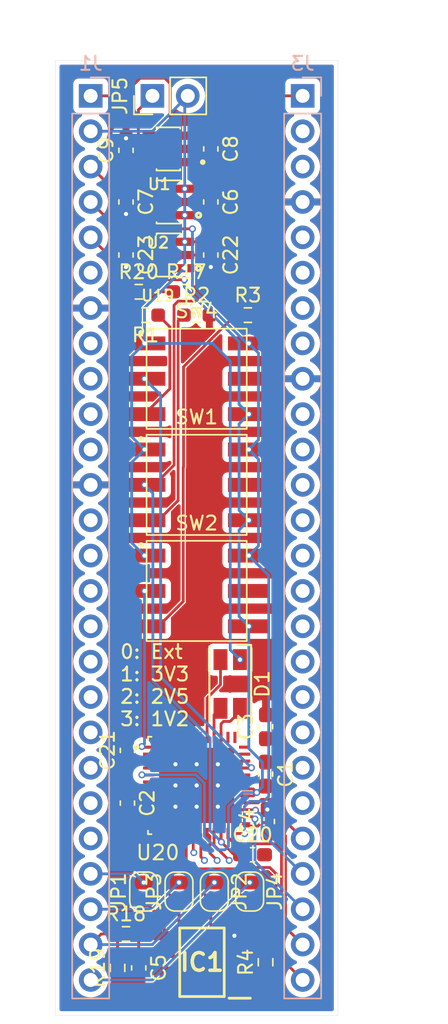
<source format=kicad_pcb>
(kicad_pcb (version 20221018) (generator pcbnew)
  (layers (0 "F.Cu" signal) (31 "B.Cu" signal) (34 "B.Paste" user) (35 "F.Paste" user) (36 "B.SilkS" user "B.Silkscreen") (37 "F.SilkS" user "F.Silkscreen") (38 "B.Mask" user) (39 "F.Mask" user) (44 "Edge.Cuts" user))
  (net 0 "")
  (net 1 "+1V2")
  (net 2 "GND")
  (net 3 "+3V3")
  (net 4 "+5V")
  (net 5 "+2V5")
  (net 6 "Net-(JP5-A)")
  (net 7 "/IO_B0_RGB2")
  (net 8 "/~{CRES}")
  (net 9 "/CDONE")
  (net 10 "/IO_B0_RGB1")
  (net 11 "/IO_B0_RGB0")
  (net 12 "Net-(IC1-~{CS})")
  (net 13 "Net-(IC1-SO(IO1))")
  (net 14 "Net-(IC1-SI(IO0))")
  (net 15 "Net-(IC1-SCK)")
  (net 16 "/IO_B1_SPI_SO")
  (net 17 "/IO_B1_SPI_SI")
  (net 18 "/IO_B1_SPI_SCK")
  (net 19 "/IO_B1_SPI_~{CS}")
  (net 20 "/IO_B1_13")
  (net 21 "/IO_B1_16")
  (net 22 "/IO_B1_18")
  (net 23 "/IO_B1_20")
  (net 24 "/IO_B1_22")
  (net 25 "/IO_B1_23")
  (net 26 "/IO_B1_24")
  (net 27 "/IO_B1_25")
  (net 28 "/IO_B1_29")
  (net 29 "/IO_B1_31")
  (net 30 "/IO_B2_0")
  (net 31 "/IO_B2_2")
  (net 32 "/IO_B2_3")
  (net 33 "/IO_B2_4")
  (net 34 "/IO_B0_36")
  (net 35 "/IO_B0_37")
  (net 36 "/IO_B0_38")
  (net 37 "/IO_B0_39")
  (net 38 "/IO_B0_41")
  (net 39 "/IO_B0_42")
  (net 40 "/IO_B0_43")
  (net 41 "/IO_B0_44")
  (net 42 "/IO_B0_45")
  (net 43 "/IO_B0_46")
  (net 44 "/IO_B0_48")
  (net 45 "/IO_B0_49")
  (net 46 "/IO_B0_50")
  (net 47 "/IO_B0_51")
  (net 48 "/IO_B2_5")
  (net 49 "/IO_B2_6")
  (net 50 "/IO_B2_8")
  (net 51 "/IO_B2_9")
  (net 54 "Net-(R2-Pad1)")
  (net 55 "Net-(R3-Pad1)")
  (net 56 "Net-(R1-Pad1)")
  (net 57 "VCC_BANK1")
  (net 58 "VCC_BANK0")
  (net 59 "VCC_BANK2")
  (footprint "Resistor_SMD:R_0603_1608Metric_Pad0.98x0.95mm_HandSolder" (layer "F.Cu") (at 126.873 115.57 90)
    (fp_text reference "R4")
    (fp_text value "10K")
  )
  (footprint "Capacitor_SMD:C_0603_1608Metric_Pad1.08x0.95mm_HandSolder" (layer "F.Cu") (at 116.84 64.77 -90)
    (fp_text reference "C23")
    (fp_text value "1u")
  )
  (footprint "Jumper:SolderJumper-2_P1.3mm_Open_RoundedPad1.0x1.5mm" (layer "F.Cu") (at 125.73 110.49 -90)
    (fp_text reference "JP4")
    (fp_text value "SolderJumper_2_Bridged")
  )
  (footprint "compi:AP2112K-3_3TRG1" (layer "F.Cu") (at 119.888 57.15 180)
    (fp_text reference "U1")
    (fp_text value "AP2112K-3.3TRG1")
  )
  (footprint "compi:220AMA04R" (layer "F.Cu") (at 121.92 88.9)
    (fp_text reference "SW2")
    (fp_text value "220AMA04R")
  )
  (footprint "Connector_PinHeader_2.54mm:PinHeader_1x02_P2.54mm_Vertical" (layer "F.Cu") (at 118.74 53.34 90)
    (fp_text reference "JP5")
    (fp_text value "Jumper_2_Bridged")
  )
  (footprint "Capacitor_SMD:C_0603_1608Metric_Pad1.08x0.95mm_HandSolder" (layer "F.Cu") (at 116.9416 104.14 -90)
    (fp_text reference "C2")
    (fp_text value "100n")
  )
  (footprint "Resistor_SMD:R_0603_1608Metric_Pad0.98x0.95mm_HandSolder" (layer "F.Cu") (at 116.2304 115.9764 90)
    (fp_text reference "R19")
    (fp_text value "10K")
  )
  (footprint "Resistor_SMD:R_0603_1608Metric_Pad0.98x0.95mm_HandSolder" (layer "F.Cu") (at 116.84 113.538)
    (fp_text reference "R18")
    (fp_text value "10K")
  )
  (footprint "Jumper:SolderJumper-2_P1.3mm_Open_RoundedPad1.0x1.5mm" (layer "F.Cu") (at 123.19 110.49 -90)
    (fp_text reference "JP2")
    (fp_text value "SolderJumper_2_Bridged")
  )
  (footprint "compi:AP2112K-2_5TRG1" (layer "F.Cu") (at 119.888 60.96 180)
    (fp_text reference "U2")
    (fp_text value "AP2112K-2.5TRG1")
  )
  (footprint "Jumper:SolderJumper-2_P1.3mm_Open_RoundedPad1.0x1.5mm" (layer "F.Cu") (at 118.11 110.49 90)
    (fp_text reference "JP1")
    (fp_text value "SolderJumper_2_Bridged")
  )
  (footprint "compi:AP2112K-1_2TRG1" (layer "F.Cu") (at 119.888 64.77 180)
    (fp_text reference "U19")
    (fp_text value "AP2112K-1.2TRG1")
  )
  (footprint "Capacitor_SMD:C_0603_1608Metric_Pad1.08x0.95mm_HandSolder" (layer "F.Cu") (at 116.84 60.96 -90)
    (fp_text reference "C7")
    (fp_text value "1u")
  )
  (footprint "Resistor_SMD:R_0603_1608Metric_Pad0.98x0.95mm_HandSolder" (layer "F.Cu") (at 117.7544 67.4116)
    (fp_text reference "R20")
    (fp_text value "10K")
  )
  (footprint "Capacitor_SMD:C_0603_1608Metric_Pad1.08x0.95mm_HandSolder" (layer "F.Cu") (at 116.9416 100.3543 90)
    (fp_text reference "C21")
    (fp_text value "100n")
  )
  (footprint "Resistor_SMD:R_0603_1608Metric_Pad0.98x0.95mm_HandSolder" (layer "F.Cu") (at 121.92 69.088)
    (fp_text reference "R2")
    (fp_text value "100K")
  )
  (footprint "Capacitor_SMD:C_0603_1608Metric_Pad1.08x0.95mm_HandSolder" (layer "F.Cu") (at 116.84 57.2505 90)
    (fp_text reference "C9")
    (fp_text value "1u")
  )
  (footprint "Capacitor_SMD:C_0603_1608Metric_Pad1.08x0.95mm_HandSolder" (layer "F.Cu") (at 126.873 102.0561 -90)
    (fp_text reference "C1")
    (fp_text value "100n")
  )
  (footprint "Capacitor_SMD:C_0603_1608Metric_Pad1.08x0.95mm_HandSolder" (layer "F.Cu") (at 125.9332 107.8484)
    (fp_text reference "C20")
    (fp_text value "100n")
  )
  (footprint "Capacitor_SMD:C_0603_1608Metric_Pad1.08x0.95mm_HandSolder" (layer "F.Cu") (at 122.936 64.77 -90)
    (fp_text reference "C22")
    (fp_text value "1u")
  )
  (footprint "Capacitor_SMD:C_0603_1608Metric_Pad1.08x0.95mm_HandSolder" (layer "F.Cu") (at 122.936 57.15 -90)
    (fp_text reference "C8")
    (fp_text value "1u")
  )
  (footprint "Resistor_SMD:R_0603_1608Metric_Pad0.98x0.95mm_HandSolder" (layer "F.Cu") (at 118.237 69.088 180)
    (fp_text reference "R1")
    (fp_text value "100K")
  )
  (footprint "compi:ICE40UP5K-SG48I" (layer "F.Cu") (at 121.92 102.87)
    (fp_text reference "U20")
    (fp_text value "ICE40UP5K-SG48I")
  )
  (footprint "compi:at25sf321b" (layer "F.Cu") (at 122.301 115.57 180)
    (fp_text reference "IC1")
    (fp_text value "AT25SF321B-SSHB-T" hide)
  )
  (footprint "compi:220AMA04R" (layer "F.Cu") (at 121.92 81.28)
    (fp_text reference "SW1")
    (fp_text value "220AMA04R")
  )
  (footprint "Jumper:SolderJumper-2_P1.3mm_Open_RoundedPad1.0x1.5mm" (layer "F.Cu") (at 120.65 110.49 90)
    (fp_text reference "JP3")
    (fp_text value "SolderJumper_2_Bridged")
  )
  (footprint "Resistor_SMD:R_0603_1608Metric_Pad0.98x0.95mm_HandSolder" (layer "F.Cu") (at 121.158 67.4116)
    (fp_text reference "R17")
    (fp_text value "10K")
  )
  (footprint "Capacitor_SMD:C_0603_1608Metric_Pad1.08x0.95mm_HandSolder" (layer "F.Cu") (at 127 105.4608 90)
    (fp_text reference "C4")
    (fp_text value "100n")
  )
  (footprint "Capacitor_SMD:C_0603_1608Metric_Pad1.08x0.95mm_HandSolder" (layer "F.Cu") (at 126.873 98.6536 90)
    (fp_text reference "C3")
    (fp_text value "100n")
  )
  (footprint "Capacitor_SMD:C_0603_1608Metric_Pad1.08x0.95mm_HandSolder" (layer "F.Cu") (at 122.936 60.96 -90)
    (fp_text reference "C6")
    (fp_text value "1u")
  )
  (footprint "compi:220AMA04R" (layer "F.Cu") (at 121.92 73.66)
    (fp_text reference "SW4")
    (fp_text value "220AMA04R")
  )
  (footprint "Resistor_SMD:R_0603_1608Metric_Pad0.98x0.95mm_HandSolder" (layer "F.Cu") (at 125.603 69.088)
    (fp_text reference "R3")
    (fp_text value "100K")
  )
  (footprint "Capacitor_SMD:C_0603_1608Metric_Pad1.08x0.95mm_HandSolder" (layer "F.Cu") (at 117.7544 115.9764 -90)
    (fp_text reference "C5")
    (fp_text value "100n")
  )
  (footprint "LED_SMD:LED_RGB_1210" (layer "F.Cu") (at 124.333 95.581 -90)
    (fp_text reference "D1")
    (fp_text value "LED_ABGR")
  )
  (footprint "Connector_PinHeader_2.54mm:PinHeader_1x26_P2.54mm_Vertical" (layer "B.Cu") (at 114.3 53.34 180)
    (fp_text reference "J1")
    (fp_text value "Conn_01x26")
  )
  (footprint "Connector_PinHeader_2.54mm:PinHeader_1x26_P2.54mm_Vertical" (layer "B.Cu") (at 129.54 53.34 180)
    (fp_text reference "J3")
    (fp_text value "Conn_01x26")
  )
  (gr_rect (start 111.76 50.8) (end 132.08 119.38) (stroke (width 0.02)) (fill none) (layer "Edge.Cuts"))
  (gr_text "0: Ext\n1: 3V3\n2: 2V5\n3: 1V2" (at 116.332 98.679) (layer "F.SilkS") (effects (font (size 1 1) (thickness 0.153)) (justify left bottom)))
  (segment (start 117.2475 63.9075) (end 118.713 65.373) (width 0.2) (layer "F.Cu") (net 1))
  (segment (start 118.713 65.373) (end 118.713 65.72) (width 0.2) (layer "F.Cu") (net 1))
  (segment (start 125.996 103.62) (end 126.238 103.378) (width 0.2) (layer "F.Cu") (net 1))
  (segment (start 116.84 63.5) (end 116.84 63.9075) (width 0.2) (layer "F.Cu") (net 1))
  (segment (start 118.713 65.72) (end 119.541 66.548) (width 0.2) (layer "F.Cu") (net 1))
  (segment (start 125.67 76.2) (end 125.66997 76.2) (width 0.2) (layer "F.Cu") (net 1))
  (segment (start 117.995 102.12) (end 117.983 102.108) (width 0.2) (layer "F.Cu") (net 1))
  (segment (start 125.98 103.12) (end 126.238 103.378) (width 0.2) (layer "F.Cu") (net 1))
  (segment (start 114.3 60.96) (end 116.84 63.5) (width 0.2) (layer "F.Cu") (net 1))
  (segment (start 125.67 91.44) (end 125.67001 91.44) (width 0.2) (layer "F.Cu") (net 1))
  (segment (start 116.84 63.9075) (end 117.2475 63.9075) (width 0.2) (layer "F.Cu") (net 1))
  (segment (start 118.47 102.12) (end 117.995 102.12) (width 0.2) (layer "F.Cu") (net 1))
  (segment (start 125.67 83.82) (end 125.66998 83.82) (width 0.2) (layer "F.Cu") (net 1))
  (segment (start 125.37 103.12) (end 125.98 103.12) (width 0.2) (layer "F.Cu") (net 1))
  (segment (start 119.541 66.548) (end 121.031006 66.548) (width 0.2) (layer "F.Cu") (net 1))
  (segment (start 125.37 103.62) (end 125.996 103.62) (width 0.2) (layer "F.Cu") (net 1))
  (via (at 125.66997 76.2) (size 0.5) (drill 0.3) (layers "F.Cu" "B.Cu") (net 1))
  (via (at 117.983 102.108) (size 0.5) (drill 0.3) (layers "F.Cu" "B.Cu") (net 1))
  (via (at 121.031006 66.548) (size 0.5) (drill 0.3) (layers "F.Cu" "B.Cu") (net 1))
  (via (at 126.238 103.378) (size 0.5) (drill 0.3) (layers "F.Cu" "B.Cu") (net 1))
  (via (at 125.67001 91.44) (size 0.5) (drill 0.3) (layers "F.Cu" "B.Cu") (net 1))
  (via (at 125.66998 83.82) (size 0.5) (drill 0.3) (layers "F.Cu" "B.Cu") (net 1))
  (segment (start 124.968 75.49803) (end 124.968 74.93) (width 0.2) (layer "B.Cu") (net 1))
  (segment (start 121.031006 67.056006) (end 121.031006 66.548) (width 0.2) (layer "B.Cu") (net 1))
  (segment (start 122.4788 102.716036) (end 122.4788 106.5276) (width 0.2) (layer "B.Cu") (net 1))
  (segment (start 126.6444 102.9716) (end 126.238 103.378) (width 0.2) (layer "B.Cu") (net 1))
  (segment (start 123.952 107.4928) (end 124.206 107.2388) (width 0.2) (layer "B.Cu") (net 1))
  (segment (start 125.66997 76.2) (end 124.968 75.49803) (width 0.2) (layer "B.Cu") (net 1))
  (segment (start 124.206 104.394) (end 125.222 103.378) (width 0.2) (layer "B.Cu") (net 1))
  (segment (start 124.968 84.52198) (end 125.66998 83.82) (width 0.2) (layer "B.Cu") (net 1))
  (segment (start 124.968 76.90197) (end 125.66997 76.2) (width 0.2) (layer "B.Cu") (net 1))
  (segment (start 125.67001 91.44) (end 124.968 90.73799) (width 0.2) (layer "B.Cu") (net 1))
  (segment (start 124.968 75.49803) (end 124.968 75.311) (width 0.2) (layer "B.Cu") (net 1))
  (segment (start 124.968 85.09) (end 124.968 84.52198) (width 0.2) (layer "B.Cu") (net 1))
  (segment (start 124.968 75.311) (end 124.968 74.93) (width 0.2) (layer "B.Cu") (net 1))
  (segment (start 124.968 70.993) (end 121.031006 67.056006) (width 0.2) (layer "B.Cu") (net 1))
  (segment (start 124.968 77.216) (end 124.968 76.90197) (width 0.2) (layer "B.Cu") (net 1))
  (segment (start 126.6444 101.1936) (end 126.6444 102.9716) (width 0.2) (layer "B.Cu") (net 1))
  (segment (start 125.222 103.378) (end 126.238 103.378) (width 0.2) (layer "B.Cu") (net 1))
  (segment (start 117.983 102.108) (end 121.870764 102.108) (width 0.2) (layer "B.Cu") (net 1))
  (segment (start 124.968 82.931) (end 124.968 77.216) (width 0.2) (layer "B.Cu") (net 1))
  (segment (start 125.67001 100.21921) (end 126.6444 101.1936) (width 0.2) (layer "B.Cu") (net 1))
  (segment (start 124.968 74.93) (end 124.968 70.993) (width 0.2) (layer "B.Cu") (net 1))
  (segment (start 124.206 107.2388) (end 124.206 104.394) (width 0.2) (layer "B.Cu") (net 1))
  (segment (start 122.4788 106.5276) (end 123.444 107.4928) (width 0.2) (layer "B.Cu") (net 1))
  (segment (start 125.67001 91.44) (end 125.67001 100.21921) (width 0.2) (layer "B.Cu") (net 1))
  (segment (start 121.870764 102.108) (end 122.4788 102.716036) (width 0.2) (layer "B.Cu") (net 1))
  (segment (start 124.968 82.931) (end 124.968 83.11802) (width 0.2) (layer "B.Cu") (net 1))
  (segment (start 124.968 83.11802) (end 125.66998 83.82) (width 0.2) (layer "B.Cu") (net 1))
  (segment (start 123.444 107.4928) (end 123.952 107.4928) (width 0.2) (layer "B.Cu") (net 1))
  (segment (start 124.968 90.73799) (end 124.968 85.09) (width 0.2) (layer "B.Cu") (net 1))
  (segment (start 126.7184 65.5988) (end 126.718396 65.5988) (width 0.2) (layer "F.Cu") (net 2))
  (segment (start 121.073 57.15) (end 122.0735 57.15) (width 0.2) (layer "F.Cu") (net 2))
  (segment (start 122.0735 64.77) (end 122.936 65.6325) (width 0.2) (layer "F.Cu") (net 2))
  (segment (start 125.013 113.665) (end 124.632012 113.665) (width 0.2) (layer "F.Cu") (net 2))
  (segment (start 122.0735 57.15) (end 122.936 58.0125) (width 0.2) (layer "F.Cu") (net 2))
  (segment (start 116.84 61.8225) (end 116.84 61.822476) (width 0.2) (layer "F.Cu") (net 2))
  (segment (start 121.063 60.96) (end 122.0735 60.96) (width 0.2) (layer "F.Cu") (net 2))
  (segment (start 121.063 64.77) (end 122.0735 64.77) (width 0.2) (layer "F.Cu") (net 2))
  (segment (start 122.0735 60.96) (end 122.936 61.8225) (width 0.2) (layer "F.Cu") (net 2))
  (segment (start 116.84 65.6325) (end 116.84 65.632458) (width 0.2) (layer "F.Cu") (net 2))
  (segment (start 127 104.5983) (end 127 104.598292) (width 0.2) (layer "F.Cu") (net 2))
  (segment (start 126.718396 65.5988) (end 126.718392 65.598796) (width 0.2) (layer "F.Cu") (net 2))
  (via (at 120.396 102.87) (size 0.5) (drill 0.3) (layers "F.Cu" "B.Cu") (net 2))
  (via (at 123.444 104.394) (size 0.5) (drill 0.3) (layers "F.Cu" "B.Cu") (net 2))
  (via (at 122.936 65.6325) (size 0.5) (drill 0.3) (layers "F.Cu" "B.Cu") (net 2))
  (via (at 120.396 104.394) (size 0.5) (drill 0.3) (layers "F.Cu" "B.Cu") (net 2))
  (via (at 123.444 101.346) (size 0.5) (drill 0.3) (layers "F.Cu" "B.Cu") (net 2))
  (via (at 116.84 56.388) (size 0.5) (drill 0.3) (layers "F.Cu" "B.Cu") (net 2))
  (via (at 124.632012 113.665) (size 0.5) (drill 0.3) (layers "F.Cu" "B.Cu") (net 2))
  (via (at 121.92 101.346) (size 0.5) (drill 0.3) (layers "F.Cu" "B.Cu") (net 2))
  (via (at 121.92 104.394) (size 0.5) (drill 0.3) (layers "F.Cu" "B.Cu") (net 2))
  (via (at 127 104.598292) (size 0.5) (drill 0.3) (layers "F.Cu" "B.Cu") (net 2))
  (via (at 121.92 102.87) (size 0.5) (drill 0.3) (layers "F.Cu" "B.Cu") (net 2))
  (via (at 116.84 65.632458) (size 0.5) (drill 0.3) (layers "F.Cu" "B.Cu") (net 2))
  (via (at 123.444 102.87) (size 0.5) (drill 0.3) (layers "F.Cu" "B.Cu") (net 2))
  (via (at 116.84 61.822476) (size 0.5) (drill 0.3) (layers "F.Cu" "B.Cu") (net 2))
  (via (at 120.396 101.346) (size 0.5) (drill 0.3) (layers "F.Cu" "B.Cu") (net 2))
  (segment (start 118.17 71.12) (end 118.16998 71.12) (width 0.2) (layer "F.Cu") (net 3))
  (segment (start 122.8485 63.82) (end 122.936 63.9075) (width 0.2) (layer "F.Cu") (net 3))
  (segment (start 125.033 93.831) (end 125.032982 93.831) (width 0.2) (layer "F.Cu") (net 3))
  (segment (start 122.8485 60.01) (end 122.936 60.0975) (width 0.2) (layer "F.Cu") (net 3))
  (segment (start 121.063 63.82) (end 122.8485 63.82) (width 0.2) (layer "F.Cu") (net 3))
  (segment (start 121.063 60.01) (end 122.8485 60.01) (width 0.2) (layer "F.Cu") (net 3))
  (via (at 125.032982 93.831) (size 0.5) (drill 0.3) (layers "F.Cu" "B.Cu") (net 3))
  (via (at 118.17 78.74) (size 0.5) (drill 0.3) (layers "F.Cu" "B.Cu") (net 3))
  (via (at 121.063 61.91) (size 0.5) (drill 0.3) (layers "F.Cu" "B.Cu") (net 3))
  (via (at 121.063 65.72) (size 0.5) (drill 0.3) (layers "F.Cu" "B.Cu") (net 3))
  (via (at 118.17 86.36) (size 0.5) (drill 0.3) (layers "F.Cu" "B.Cu") (net 3))
  (via (at 121.063 60.01) (size 0.5) (drill 0.3) (layers "F.Cu" "B.Cu") (net 3))
  (via (at 121.063 63.82) (size 0.5) (drill 0.3) (layers "F.Cu" "B.Cu") (net 3))
  (via (at 118.16998 71.12) (size 0.5) (drill 0.3) (layers "F.Cu" "B.Cu") (net 3))
  (segment (start 118.16998 71.12) (end 118.16998 68.569256) (width 0.2) (layer "B.Cu") (net 3))
  (segment (start 121.019236 65.72) (end 121.063 65.72) (width 0.2) (layer "B.Cu") (net 3))
  (segment (start 123.063 71.12) (end 118.16998 71.12) (width 0.2) (layer "B.Cu") (net 3))
  (segment (start 118.16998 71.12) (end 117.2464 72.04358) (width 0.2) (layer "B.Cu") (net 3))
  (segment (start 121.063 60.01) (end 121.063 53.557) (width 0.2) (layer "B.Cu") (net 3))
  (segment (start 121.063 65.72) (end 121.063 63.82) (width 0.2) (layer "B.Cu") (net 3))
  (segment (start 121.063 61.91) (end 121.063 60.01) (width 0.2) (layer "B.Cu") (net 3))
  (segment (start 124.333 93.131018) (end 124.333 72.39) (width 0.2) (layer "B.Cu") (net 3))
  (segment (start 124.333 72.39) (end 123.063 71.12) (width 0.2) (layer "B.Cu") (net 3))
  (segment (start 118.17 78.74) (end 117.2464 79.6636) (width 0.2) (layer "B.Cu") (net 3))
  (segment (start 117.2464 72.04358) (end 117.2464 77.8164) (width 0.2) (layer "B.Cu") (net 3))
  (segment (start 121.063 63.82) (end 121.063 61.91) (width 0.2) (layer "B.Cu") (net 3))
  (segment (start 118.16998 68.569256) (end 121.019236 65.72) (width 0.2) (layer "B.Cu") (net 3))
  (segment (start 117.2464 79.6636) (end 117.2464 85.4364) (width 0.2) (layer "B.Cu") (net 3))
  (segment (start 121.063 53.557) (end 121.28 53.34) (width 0.2) (layer "B.Cu") (net 3))
  (segment (start 125.032982 93.831) (end 124.333 93.131018) (width 0.2) (layer "B.Cu") (net 3))
  (segment (start 117.2464 85.4364) (end 118.17 86.36) (width 0.2) (layer "B.Cu") (net 3))
  (segment (start 117.2464 77.8164) (end 118.17 78.74) (width 0.2) (layer "B.Cu") (net 3))
  (segment (start 114.3 55.88) (end 118.74 55.88) (width 0.2) (layer "B.Cu") (net 3))
  (segment (start 118.74 55.88) (end 121.28 53.34) (width 0.2) (layer "B.Cu") (net 3))
  (segment (start 119.634 52.07) (end 120.015 52.451) (width 0.2) (layer "F.Cu") (net 4))
  (segment (start 120.015 52.451) (end 120.015 55.819) (width 0.2) (layer "F.Cu") (net 4))
  (segment (start 120.203 56.2) (end 119.888 56.515) (width 0.2) (layer "F.Cu") (net 4))
  (segment (start 120.015 55.819) (end 120.396 56.2) (width 0.2) (layer "F.Cu") (net 4))
  (segment (start 120.396 56.2) (end 120.203 56.2) (width 0.2) (layer "F.Cu") (net 4))
  (segment (start 119.888 57.658) (end 119.888 56.515) (width 0.2) (layer "F.Cu") (net 4))
  (segment (start 121.073 56.2) (end 122.8485 56.2) (width 0.2) (layer "F.Cu") (net 4))
  (segment (start 116.586 53.34) (end 117.856 52.07) (width 0.2) (layer "F.Cu") (net 4))
  (segment (start 121.073 58.1) (end 120.33 58.1) (width 0.2) (layer "F.Cu") (net 4))
  (segment (start 120.33 58.1) (end 119.888 57.658) (width 0.2) (layer "F.Cu") (net 4))
  (segment (start 117.856 52.07) (end 119.634 52.07) (width 0.2) (layer "F.Cu") (net 4))
  (segment (start 122.8485 56.2) (end 122.936 56.2875) (width 0.2) (layer "F.Cu") (net 4))
  (segment (start 114.3 53.34) (end 116.586 53.34) (width 0.2) (layer "F.Cu") (net 4))
  (segment (start 121.073 56.2) (end 120.396 56.2) (width 0.2) (layer "F.Cu") (net 4))
  (segment (start 116.9005 60.0975) (end 118.713 61.91) (width 0.2) (layer "F.Cu") (net 5))
  (segment (start 116.84 60.0975) (end 116.9005 60.0975) (width 0.2) (layer "F.Cu") (net 5))
  (segment (start 125.37 106.32) (end 125.3744 106.3244) (width 0.2) (layer "F.Cu") (net 5))
  (segment (start 118.713 62.325) (end 119.2784 62.8904) (width 0.2) (layer "F.Cu") (net 5))
  (segment (start 124.67 106.32) (end 125.37 106.32) (width 0.2) (layer "F.Cu") (net 5))
  (segment (start 119.2784 62.8904) (end 121.6152 62.8904) (width 0.2) (layer "F.Cu") (net 5))
  (segment (start 118.713 61.91) (end 118.713 62.325) (width 0.2) (layer "F.Cu") (net 5))
  (segment (start 116.84 60.0975) (end 115.9775 60.0975) (width 0.2) (layer "F.Cu") (net 5))
  (segment (start 115.9775 60.0975) (end 114.3 58.42) (width 0.2) (layer "F.Cu") (net 5))
  (segment (start 125.67 86.36) (end 125.670014 86.36) (width 0.2) (layer "F.Cu") (net 5))
  (via (at 125.3744 106.3244) (size 0.5) (drill 0.3) (layers "F.Cu" "B.Cu") (net 5))
  (via (at 125.670014 86.36) (size 0.5) (drill 0.3) (layers "F.Cu" "B.Cu") (net 5))
  (via (at 125.67 71.12) (size 0.5) (drill 0.3) (layers "F.Cu" "B.Cu") (net 5))
  (via (at 125.67 78.74) (size 0.5) (drill 0.3) (layers "F.Cu" "B.Cu") (net 5))
  (via (at 121.6152 62.8904) (size 0.5) (drill 0.3) (layers "F.Cu" "B.Cu") (net 5))
  (segment (start 125.349 104.394) (end 125.73 104.013) (width 0.2) (layer "B.Cu") (net 5))
  (segment (start 125.349 106.299) (end 125.349 104.394) (width 0.2) (layer "B.Cu") (net 5))
  (segment (start 125.5268 71.12) (end 125.67 71.12) (width 0.2) (layer "B.Cu") (net 5))
  (segment (start 121.6152 67.2084) (end 125.5268 71.12) (width 0.2) (layer "B.Cu") (net 5))
  (segment (start 126.365 78.045) (end 126.365 71.815) (width 0.2) (layer "B.Cu") (net 5))
  (segment (start 126.365 71.815) (end 125.67 71.12) (width 0.2) (layer "B.Cu") (net 5))
  (segment (start 121.6152 62.8904) (end 121.6152 67.2084) (width 0.2) (layer "B.Cu") (net 5))
  (segment (start 125.73 104.013) (end 126.746 104.013) (width 0.2) (layer "B.Cu") (net 5))
  (segment (start 125.67 78.74) (end 126.365 78.045) (width 0.2) (layer "B.Cu") (net 5))
  (segment (start 127.1016 103.6574) (end 127.1016 87.791586) (width 0.2) (layer "B.Cu") (net 5))
  (segment (start 126.365 79.435) (end 125.67 78.74) (width 0.2) (layer "B.Cu") (net 5))
  (segment (start 127.1016 87.791586) (end 125.670014 86.36) (width 0.2) (layer "B.Cu") (net 5))
  (segment (start 125.3744 106.3244) (end 125.349 106.299) (width 0.2) (layer "B.Cu") (net 5))
  (segment (start 125.670014 86.36) (end 126.365 85.665014) (width 0.2) (layer "B.Cu") (net 5))
  (segment (start 126.746 104.013) (end 127.1016 103.6574) (width 0.2) (layer "B.Cu") (net 5))
  (segment (start 126.365 85.665014) (end 126.365 79.435) (width 0.2) (layer "B.Cu") (net 5))
  (segment (start 117.729 57.846) (end 117.729 54.351) (width 0.2) (layer "F.Cu") (net 6))
  (segment (start 116.853 58.1) (end 116.84 58.113) (width 0.2) (layer "F.Cu") (net 6))
  (segment (start 118.703 58.1) (end 116.853 58.1) (width 0.2) (layer "F.Cu") (net 6))
  (segment (start 118.703 58.1) (end 117.983 58.1) (width 0.2) (layer "F.Cu") (net 6))
  (segment (start 117.729 54.351) (end 118.74 53.34) (width 0.2) (layer "F.Cu") (net 6))
  (segment (start 117.983 58.1) (end 117.729 57.846) (width 0.2) (layer "F.Cu") (net 6))
  (segment (start 122.67 96.594) (end 123.633 95.631) (width 0.2) (layer "F.Cu") (net 7))
  (segment (start 122.67 99.42) (end 122.67 96.594) (width 0.2) (layer "F.Cu") (net 7))
  (segment (start 123.633 95.631) (end 123.633 93.831) (width 0.2) (layer "F.Cu") (net 7))
  (segment (start 120.2455 67.4116) (end 118.6669 67.4116) (width 0.2) (layer "F.Cu") (net 8))
  (segment (start 115.4684 64.6684) (end 114.3 63.5) (width 0.2) (layer "F.Cu") (net 8))
  (segment (start 118.6669 67.4116) (end 117.6528 66.3975) (width 0.2) (layer "F.Cu") (net 8))
  (segment (start 117.017976 64.6684) (end 115.4684 64.6684) (width 0.2) (layer "F.Cu") (net 8))
  (segment (start 117.6528 66.3975) (end 117.6528 65.303224) (width 0.2) (layer "F.Cu") (net 8))
  (segment (start 117.6528 65.303224) (end 117.017976 64.6684) (width 0.2) (layer "F.Cu") (net 8))
  (segment (start 123.17 99.42) (end 123.17 97.794) (width 0.2) (layer "F.Cu") (net 10))
  (segment (start 123.17 97.794) (end 123.633 97.331) (width 0.2) (layer "F.Cu") (net 10))
  (segment (start 123.67 98.453) (end 123.852 98.271) (width 0.2) (layer "F.Cu") (net 11))
  (segment (start 124.323 98.271) (end 125.033 97.561) (width 0.2) (layer "F.Cu") (net 11))
  (segment (start 125.033 97.561) (end 125.033 97.331) (width 0.2) (layer "F.Cu") (net 11))
  (segment (start 123.852 98.271) (end 124.323 98.271) (width 0.2) (layer "F.Cu") (net 11))
  (segment (start 123.67 99.42) (end 123.67 98.453) (width 0.2) (layer "F.Cu") (net 11))
  (segment (start 125.8805 117.475) (end 125.013 117.475) (width 0.2) (layer "F.Cu") (net 12))
  (segment (start 126.873 116.4825) (end 125.8805 117.475) (width 0.2) (layer "F.Cu") (net 12))
  (segment (start 122.936 117.094) (end 123.317 117.475) (width 0.2) (layer "F.Cu") (net 12))
  (segment (start 123.317 117.475) (end 125.013 117.475) (width 0.2) (layer "F.Cu") (net 12))
  (segment (start 122.936 111.394) (end 122.936 117.094) (width 0.2) (layer "F.Cu") (net 12))
  (segment (start 123.19 111.14) (end 122.936 111.394) (width 0.2) (layer "F.Cu") (net 12))
  (segment (start 125.013 116.205) (end 123.825 116.205) (width 0.2) (layer "F.Cu") (net 13))
  (segment (start 125.73 112.014) (end 125.73 111.14) (width 0.2) (layer "F.Cu") (net 13))
  (segment (start 123.825 116.205) (end 123.698 116.078) (width 0.2) (layer "F.Cu") (net 13))
  (segment (start 125.222 112.522) (end 125.73 112.014) (width 0.2) (layer "F.Cu") (net 13))
  (segment (start 123.698 112.776) (end 123.952 112.522) (width 0.2) (layer "F.Cu") (net 13))
  (segment (start 123.698 116.078) (end 123.698 112.776) (width 0.2) (layer "F.Cu") (net 13))
  (segment (start 123.952 112.522) (end 125.222 112.522) (width 0.2) (layer "F.Cu") (net 13))
  (segment (start 118.11 111.1504) (end 118.11 111.14) (width 0.2) (layer "F.Cu") (net 14))
  (segment (start 119.589 112.6294) (end 118.11 111.1504) (width 0.2) (layer "F.Cu") (net 14))
  (segment (start 119.589 113.665) (end 119.589 112.6294) (width 0.2) (layer "F.Cu") (net 14))
  (segment (start 120.65 114.554) (end 120.269 114.935) (width 0.2) (layer "F.Cu") (net 15))
  (segment (start 120.65 111.14) (end 120.65 114.554) (width 0.2) (layer "F.Cu") (net 15))
  (segment (start 120.269 114.935) (end 119.589 114.935) (width 0.2) (layer "F.Cu") (net 15))
  (segment (start 119.67 106.32) (end 119.67 108.28) (width 0.2) (layer "F.Cu") (net 16))
  (segment (start 119.67 108.28) (end 118.11 109.84) (width 0.2) (layer "F.Cu") (net 16))
  (via (at 118.11 109.84) (size 0.5) (drill 0.3) (layers "F.Cu" "B.Cu") (net 16))
  (segment (start 117.49 109.22) (end 118.11 109.84) (width 0.2) (layer "B.Cu") (net 16))
  (segment (start 114.3 109.22) (end 117.49 109.22) (width 0.2) (layer "B.Cu") (net 16))
  (segment (start 124.7504 108.8604) (end 125.73 109.84) (width 0.2) (layer "F.Cu") (net 17))
  (segment (start 121.17 106.32) (end 121.17 108.3684) (width 0.2) (layer "F.Cu") (net 17))
  (segment (start 121.662 108.8604) (end 124.7504 108.8604) (width 0.2) (layer "F.Cu") (net 17))
  (segment (start 121.17 108.3684) (end 121.662 108.8604) (width 0.2) (layer "F.Cu") (net 17))
  (via (at 125.73 109.84) (size 0.5) (drill 0.3) (layers "F.Cu" "B.Cu") (net 17))
  (segment (start 114.3 116.84) (end 118.73 116.84) (width 0.2) (layer "B.Cu") (net 17))
  (segment (start 118.73 116.84) (end 125.73 109.84) (width 0.2) (layer "B.Cu") (net 17))
  (segment (start 120.17 106.32) (end 120.17 109.36) (width 0.2) (layer "F.Cu") (net 18))
  (segment (start 120.17 109.36) (end 120.65 109.84) (width 0.2) (layer "F.Cu") (net 18))
  (via (at 120.65 109.84) (size 0.5) (drill 0.3) (layers "F.Cu" "B.Cu") (net 18))
  (segment (start 118.73 111.76) (end 120.65 109.84) (width 0.2) (layer "B.Cu") (net 18))
  (segment (start 114.3 111.76) (end 118.73 111.76) (width 0.2) (layer "B.Cu") (net 18))
  (segment (start 116.2304 115.0639) (end 116.2304 113.8409) (width 0.2) (layer "F.Cu") (net 19))
  (segment (start 115.062 113.538) (end 114.3 114.3) (width 0.2) (layer "F.Cu") (net 19))
  (segment (start 122.6208 109.2708) (end 123.19 109.84) (width 0.2) (layer "F.Cu") (net 19))
  (segment (start 115.9275 113.538) (end 115.062 113.538) (width 0.2) (layer "F.Cu") (net 19))
  (segment (start 116.2304 113.8409) (end 115.9275 113.538) (width 0.2) (layer "F.Cu") (net 19))
  (segment (start 121.4628 109.2708) (end 122.6208 109.2708) (width 0.2) (layer "F.Cu") (net 19))
  (segment (start 120.67 108.478) (end 121.4628 109.2708) (width 0.2) (layer "F.Cu") (net 19))
  (segment (start 120.67 106.32) (end 120.67 108.478) (width 0.2) (layer "F.Cu") (net 19))
  (via (at 123.19 109.84) (size 0.5) (drill 0.3) (layers "F.Cu" "B.Cu") (net 19))
  (segment (start 118.73 114.3) (end 123.19 109.84) (width 0.2) (layer "B.Cu") (net 19))
  (segment (start 114.3 114.3) (end 118.73 114.3) (width 0.2) (layer "B.Cu") (net 19))
  (segment (start 123.17 107.168) (end 124.2568 108.2548) (width 0.2) (layer "F.Cu") (net 25))
  (segment (start 123.17 106.32) (end 123.17 107.168) (width 0.2) (layer "F.Cu") (net 25))
  (via (at 124.2568 108.2548) (size 0.5) (drill 0.3) (layers "F.Cu" "B.Cu") (net 25))
  (segment (start 122.67 106.32) (end 122.87 106.52) (width 0.2) (layer "F.Cu") (net 27))
  (segment (start 122.87 106.52) (end 122.87 107.7316) (width 0.2) (layer "F.Cu") (net 27))
  (segment (start 122.87 107.7316) (end 123.3932 108.2548) (width 0.2) (layer "F.Cu") (net 27))
  (via (at 123.3932 108.2548) (size 0.5) (drill 0.3) (layers "F.Cu" "B.Cu") (net 27))
  (segment (start 122.2208 107.996815) (end 122.47879 108.254805) (width 0.2) (layer "F.Cu") (net 28))
  (segment (start 122.17 106.32) (end 122.2208 106.3708) (width 0.2) (layer "F.Cu") (net 28))
  (segment (start 122.2208 106.3708) (end 122.2208 107.996815) (width 0.2) (layer "F.Cu") (net 28))
  (via (at 122.47879 108.254805) (size 0.5) (drill 0.3) (layers "F.Cu" "B.Cu") (net 28))
  (segment (start 121.67 107.6492) (end 121.7168 107.696) (width 0.2) (layer "F.Cu") (net 29))
  (segment (start 121.67 106.32) (end 121.67 107.6492) (width 0.2) (layer "F.Cu") (net 29))
  (via (at 121.7168 107.696) (size 0.5) (drill 0.3) (layers "F.Cu" "B.Cu") (net 29))
  (segment (start 128.306 106.487224) (end 128.306 113.066) (width 0.2) (layer "F.Cu") (net 34))
  (segment (start 125.537 105.787) (end 126.319764 105.787) (width 0.2) (layer "F.Cu") (net 34))
  (segment (start 128.306 113.066) (end 129.54 114.3) (width 0.2) (layer "F.Cu") (net 34))
  (segment (start 126.319764 105.787) (end 126.569764 105.537) (width 0.2) (layer "F.Cu") (net 34))
  (segment (start 125.37 105.62) (end 125.537 105.787) (width 0.2) (layer "F.Cu") (net 34))
  (segment (start 126.569764 105.537) (end 127.355776 105.537) (width 0.2) (layer "F.Cu") (net 34))
  (segment (start 127.355776 105.537) (end 128.306 106.487224) (width 0.2) (layer "F.Cu") (net 34))
  (segment (start 128.016 107.442) (end 127.635 107.061) (width 0.2) (layer "F.Cu") (net 35))
  (segment (start 124.640187 107.061) (end 124.17 106.590813) (width 0.2) (layer "F.Cu") (net 35))
  (segment (start 124.17 106.590813) (end 124.17 106.32) (width 0.2) (layer "F.Cu") (net 35))
  (segment (start 127.635 107.061) (end 124.640187 107.061) (width 0.2) (layer "F.Cu") (net 35))
  (segment (start 129.54 116.84) (end 128.016 115.316) (width 0.2) (layer "F.Cu") (net 35))
  (segment (start 128.016 115.316) (end 128.016 107.442) (width 0.2) (layer "F.Cu") (net 35))
  (segment (start 125.37 104.62) (end 126.1205 104.62) (width 0.2) (layer "F.Cu") (net 36))
  (segment (start 126.1205 104.62) (end 126.1485 104.648) (width 0.2) (layer "F.Cu") (net 36))
  (via (at 126.1485 104.648) (size 0.5) (drill 0.3) (layers "F.Cu" "B.Cu") (net 36))
  (segment (start 126.615 105.074236) (end 126.188764 104.648) (width 0.2) (layer "B.Cu") (net 36))
  (segment (start 129.54 109.22) (end 126.615 106.295) (width 0.2) (layer "B.Cu") (net 36))
  (segment (start 126.188764 104.648) (end 126.1485 104.648) (width 0.2) (layer "B.Cu") (net 36))
  (segment (start 126.615 106.295) (end 126.615 105.074236) (width 0.2) (layer "B.Cu") (net 36))
  (segment (start 125.37 105.12) (end 125.948 105.12) (width 0.2) (layer "F.Cu") (net 37))
  (segment (start 125.948 105.12) (end 126.111 105.283) (width 0.2) (layer "F.Cu") (net 37))
  (via (at 126.111 105.283) (size 0.5) (drill 0.3) (layers "F.Cu" "B.Cu") (net 37))
  (segment (start 126.111 108.331) (end 129.54 111.76) (width 0.2) (layer "B.Cu") (net 37))
  (segment (start 126.111 105.283) (end 126.111 108.331) (width 0.2) (layer "B.Cu") (net 37))
  (segment (start 126.336224 104.12) (end 126.585424 103.8708) (width 0.2) (layer "F.Cu") (net 38))
  (segment (start 126.585424 103.8708) (end 127.414576 103.8708) (width 0.2) (layer "F.Cu") (net 38))
  (segment (start 125.37 104.12) (end 126.336224 104.12) (width 0.2) (layer "F.Cu") (net 38))
  (segment (start 127.414576 103.8708) (end 127.665 104.121224) (width 0.2) (layer "F.Cu") (net 38))
  (segment (start 127.665 104.805) (end 129.54 106.68) (width 0.2) (layer "F.Cu") (net 38))
  (segment (start 127.665 104.121224) (end 127.665 104.805) (width 0.2) (layer "F.Cu") (net 38))
  (segment (start 120.5844 69.5111) (end 120.5844 82.4056) (width 0.2) (layer "F.Cu") (net 54))
  (segment (start 119.17 83.82) (end 118.17 83.82) (width 0.2) (layer "F.Cu") (net 54))
  (segment (start 120.5844 82.4056) (end 119.17 83.82) (width 0.2) (layer "F.Cu") (net 54))
  (segment (start 121.0075 69.088) (end 120.5844 69.5111) (width 0.2) (layer "F.Cu") (net 54))
  (segment (start 124.6905 69.088) (end 120.976 72.8025) (width 0.2) (layer "F.Cu") (net 55))
  (segment (start 120.976 72.8025) (end 120.976 79.996244) (width 0.2) (layer "F.Cu") (net 55))
  (segment (start 120.976 79.996244) (end 120.9548 80.017444) (width 0.2) (layer "F.Cu") (net 55))
  (segment (start 119.17 91.44) (end 118.17 91.44) (width 0.2) (layer "F.Cu") (net 55))
  (segment (start 120.9548 80.017444) (end 120.9548 89.6552) (width 0.2) (layer "F.Cu") (net 55))
  (segment (start 120.9548 89.6552) (end 119.17 91.44) (width 0.2) (layer "F.Cu") (net 55))
  (segment (start 119.9896 74.3804) (end 118.17 76.2) (width 0.2) (layer "F.Cu") (net 56))
  (segment (start 119.9896 69.9281) (end 119.9896 74.3804) (width 0.2) (layer "F.Cu") (net 56))
  (segment (start 119.1495 69.088) (end 119.9896 69.9281) (width 0.2) (layer "F.Cu") (net 56))
  (segment (start 127.1778 108.7628) (end 125.5268 108.7628) (width 0.2) (layer "F.Cu") (net 57))
  (segment (start 127.635 113.8955) (end 127.635 109.22) (width 0.2) (layer "F.Cu") (net 57))
  (segment (start 128.016 117.856) (end 127.762 118.11) (width 0.2) (layer "F.Cu") (net 57))
  (segment (start 128.016 115.8005) (end 128.016 117.856) (width 0.2) (layer "F.Cu") (net 57))
  (segment (start 127.635 109.22) (end 127.1778 108.7628) (width 0.2) (layer "F.Cu") (net 57))
  (segment (start 125.2728 53.34) (end 129.54 53.34) (width 0.2) (layer "F.Cu") (net 57))
  (segment (start 118.872039 81.279961) (end 120.2944 79.8576) (width 0.2) (layer "F.Cu") (net 57))
  (segment (start 118.170078 81.279961) (end 118.872039 81.279961) (width 0.2) (layer "F.Cu") (net 57))
  (segment (start 125.013 114.935) (end 126.5955 114.935) (width 0.2) (layer "F.Cu") (net 57))
  (segment (start 126.873 114.6575) (end 128.016 115.8005) (width 0.2) (layer "F.Cu") (net 57))
  (segment (start 117.7525 115.112) (end 117.7544 115.1139) (width 0.2) (layer "F.Cu") (net 57))
  (segment (start 123.0884 67.4116) (end 123.952 66.548) (width 0.2) (layer "F.Cu") (net 57))
  (segment (start 120.224 118.11) (end 119.589 117.475) (width 0.2) (layer "F.Cu") (net 57))
  (segment (start 117.7525 113.538) (end 117.7525 115.112) (width 0.2) (layer "F.Cu") (net 57))
  (segment (start 127.762 118.11) (end 120.224 118.11) (width 0.2) (layer "F.Cu") (net 57))
  (segment (start 120.2944 68.3768) (end 120.5946 68.0766) (width 0.2) (layer "F.Cu") (net 57))
  (segment (start 119.589 117.475) (end 119.589 116.205) (width 0.2) (layer "F.Cu") (net 57))
  (segment (start 122.0705 67.8199) (end 122.0705 67.4116) (width 0.2) (layer "F.Cu") (net 57))
  (segment (start 118.17 81.28) (end 118.170039 81.28) (width 0.2) (layer "F.Cu") (net 57))
  (segment (start 118.170039 81.28) (end 118.170078 81.279961) (width 0.2) (layer "F.Cu") (net 57))
  (segment (start 126.873 114.6575) (end 127.635 113.8955) (width 0.2) (layer "F.Cu") (net 57))
  (segment (start 119.589 116.205) (end 119.1006 116.205) (width 0.2) (layer "F.Cu") (net 57))
  (segment (start 126.5955 114.935) (end 126.873 114.6575) (width 0.2) (layer "F.Cu") (net 57))
  (segment (start 125.5268 108.7628) (end 123.698 106.934) (width 0.2) (layer "F.Cu") (net 57))
  (segment (start 120.2944 79.8576) (end 120.2944 68.3768) (width 0.2) (layer "F.Cu") (net 57))
  (segment (start 118.0095 115.1139) (end 117.7544 115.1139) (width 0.2) (layer "F.Cu") (net 57))
  (segment (start 123.67 106.906) (end 123.698 106.934) (width 0.2) (layer "F.Cu") (net 57))
  (segment (start 122.0705 67.4116) (end 123.0884 67.4116) (width 0.2) (layer "F.Cu") (net 57))
  (segment (start 123.952 66.548) (end 123.952 54.6608) (width 0.2) (layer "F.Cu") (net 57))
  (segment (start 121.8138 68.0766) (end 122.0705 67.8199) (width 0.2) (layer "F.Cu") (net 57))
  (segment (start 120.5946 68.0766) (end 121.8138 68.0766) (width 0.2) (layer "F.Cu") (net 57))
  (segment (start 119.1006 116.205) (end 118.0095 115.1139) (width 0.2) (layer "F.Cu") (net 57))
  (segment (start 123.67 106.32) (end 123.67 106.906) (width 0.2) (layer "F.Cu") (net 57))
  (segment (start 123.952 54.6608) (end 125.2728 53.34) (width 0.2) (layer "F.Cu") (net 57))
  (via (at 123.698 106.934) (size 0.5) (drill 0.3) (layers "F.Cu" "B.Cu") (net 57))
  (via (at 118.170078 81.279961) (size 0.5) (drill 0.3) (layers "F.Cu" "B.Cu") (net 57))
  (segment (start 122.8852 106.1212) (end 122.8852 99.4664) (width 0.2) (layer "B.Cu") (net 57))
  (segment (start 118.7704 95.3516) (end 118.7704 81.880283) (width 0.2) (layer "B.Cu") (net 57))
  (segment (start 123.698 106.934) (end 122.8852 106.1212) (width 0.2) (layer "B.Cu") (net 57))
  (segment (start 122.8852 99.4664) (end 118.7704 95.3516) (width 0.2) (layer "B.Cu") (net 57))
  (segment (start 118.7704 81.880283) (end 118.170078 81.279961) (width 0.2) (layer "B.Cu") (net 57))
  (segment (start 118.17 73.66) (end 118.169956 73.66) (width 0.2) (layer "F.Cu") (net 58))
  (segment (start 125.37 101.62) (end 125.837 101.62) (width 0.2) (layer "F.Cu") (net 58))
  (segment (start 125.837 101.62) (end 125.857 101.6) (width 0.2) (layer "F.Cu") (net 58))
  (via (at 125.857 101.6) (size 0.5) (drill 0.3) (layers "F.Cu" "B.Cu") (net 58))
  (via (at 118.169956 73.66) (size 0.5) (drill 0.3) (layers "F.Cu" "B.Cu") (net 58))
  (segment (start 119.3292 74.819244) (end 119.3292 95.0722) (width 0.2) (layer "B.Cu") (net 58))
  (segment (start 118.169956 73.66) (end 119.3292 74.819244) (width 0.2) (layer "B.Cu") (net 58))
  (segment (start 119.3292 95.0722) (end 125.857 101.6) (width 0.2) (layer "B.Cu") (net 58))
  (segment (start 118.17 88.9) (end 118.2116 88.9) (width 0.2) (layer "F.Cu") (net 59))
  (segment (start 118.47 100.12) (end 118.027 100.12) (width 0.2) (layer "F.Cu") (net 59))
  (segment (start 118.027 100.12) (end 117.983 100.076) (width 0.2) (layer "F.Cu") (net 59))
  (segment (start 118.2116 88.9) (end 118.170051 88.9) (width 0.2) (layer "F.Cu") (net 59))
  (segment (start 118.170051 88.9) (end 118.170034 88.899983) (width 0.2) (layer "F.Cu") (net 59))
  (via (at 118.170034 88.899983) (size 0.5) (drill 0.3) (layers "F.Cu" "B.Cu") (net 59))
  (via (at 117.983 100.076) (size 0.5) (drill 0.3) (layers "F.Cu" "B.Cu") (net 59))
  (segment (start 118.170034 99.888966) (end 117.983 100.076) (width 0.2) (layer "B.Cu") (net 59))
  (segment (start 118.170034 88.899983) (end 118.170034 99.888966) (width 0.2) (layer "B.Cu") (net 59))
  (zone (net 2) (net_name "GND") (layers "F&B.Cu") (connect_pads (clearance 0.4)) (min_thickness 0.25) (fill yes (thermal_gap 0.5) (thermal_bridge_width 0.5))
    (polygon (pts (xy 111.76 50.8) (xy 132.08 50.8) (xy 132.08 119.38) (xy 111.76 119.38)))
  )
)
</source>
